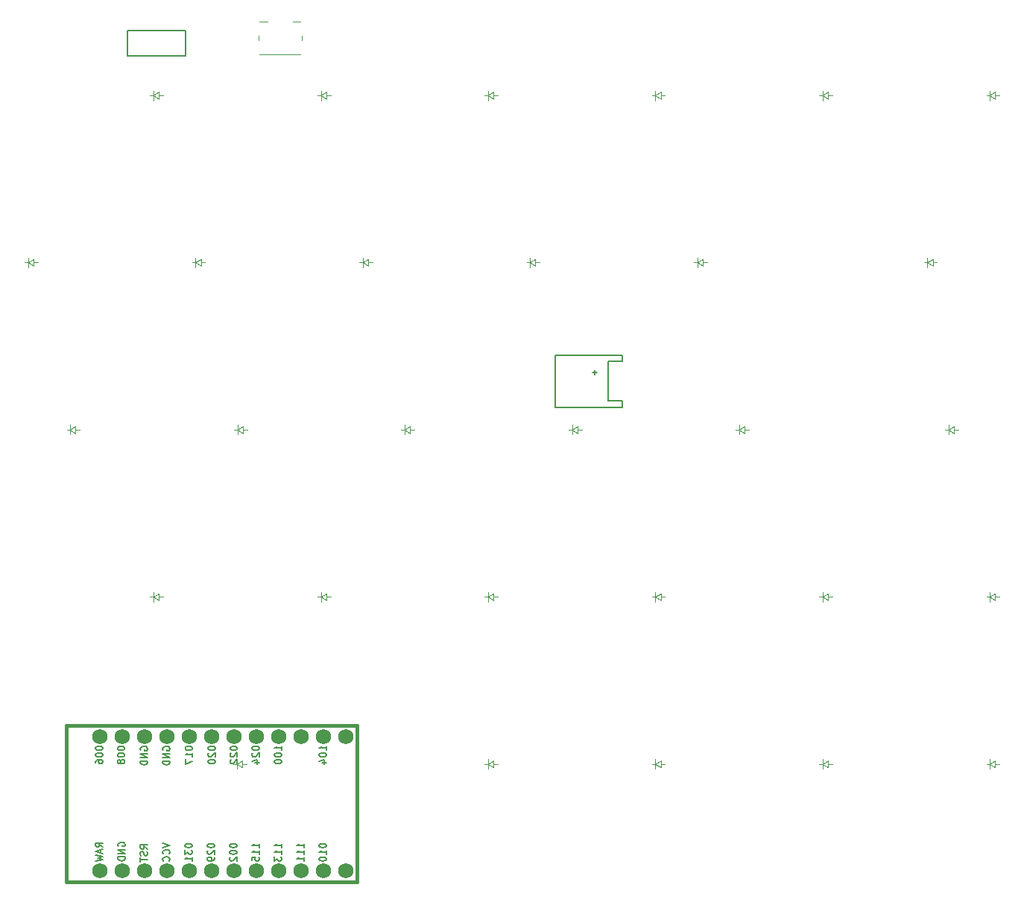
<source format=gbr>
%TF.GenerationSoftware,KiCad,Pcbnew,9.0.7*%
%TF.CreationDate,2026-01-20T23:17:06-08:00*%
%TF.ProjectId,right,72696768-742e-46b6-9963-61645f706362,v1.0.0*%
%TF.SameCoordinates,Original*%
%TF.FileFunction,Legend,Bot*%
%TF.FilePolarity,Positive*%
%FSLAX46Y46*%
G04 Gerber Fmt 4.6, Leading zero omitted, Abs format (unit mm)*
G04 Created by KiCad (PCBNEW 9.0.7) date 2026-01-20 23:17:06*
%MOMM*%
%LPD*%
G01*
G04 APERTURE LIST*
%ADD10C,0.150000*%
%ADD11C,0.100000*%
%ADD12C,0.120000*%
%ADD13C,0.381000*%
%ADD14C,1.752600*%
G04 APERTURE END LIST*
D10*
X279847295Y-144662810D02*
X279847295Y-144739000D01*
X279847295Y-144739000D02*
X279885390Y-144815191D01*
X279885390Y-144815191D02*
X279923485Y-144853286D01*
X279923485Y-144853286D02*
X279999676Y-144891381D01*
X279999676Y-144891381D02*
X280152057Y-144929476D01*
X280152057Y-144929476D02*
X280342533Y-144929476D01*
X280342533Y-144929476D02*
X280494914Y-144891381D01*
X280494914Y-144891381D02*
X280571104Y-144853286D01*
X280571104Y-144853286D02*
X280609200Y-144815191D01*
X280609200Y-144815191D02*
X280647295Y-144739000D01*
X280647295Y-144739000D02*
X280647295Y-144662810D01*
X280647295Y-144662810D02*
X280609200Y-144586619D01*
X280609200Y-144586619D02*
X280571104Y-144548524D01*
X280571104Y-144548524D02*
X280494914Y-144510429D01*
X280494914Y-144510429D02*
X280342533Y-144472333D01*
X280342533Y-144472333D02*
X280152057Y-144472333D01*
X280152057Y-144472333D02*
X279999676Y-144510429D01*
X279999676Y-144510429D02*
X279923485Y-144548524D01*
X279923485Y-144548524D02*
X279885390Y-144586619D01*
X279885390Y-144586619D02*
X279847295Y-144662810D01*
X279923485Y-145234238D02*
X279885390Y-145272334D01*
X279885390Y-145272334D02*
X279847295Y-145348524D01*
X279847295Y-145348524D02*
X279847295Y-145539000D01*
X279847295Y-145539000D02*
X279885390Y-145615191D01*
X279885390Y-145615191D02*
X279923485Y-145653286D01*
X279923485Y-145653286D02*
X279999676Y-145691381D01*
X279999676Y-145691381D02*
X280075866Y-145691381D01*
X280075866Y-145691381D02*
X280190152Y-145653286D01*
X280190152Y-145653286D02*
X280647295Y-145196143D01*
X280647295Y-145196143D02*
X280647295Y-145691381D01*
X280113961Y-146377096D02*
X280647295Y-146377096D01*
X279809200Y-146186620D02*
X280380628Y-145996143D01*
X280380628Y-145996143D02*
X280380628Y-146491382D01*
X277307295Y-155737191D02*
X277307295Y-155813381D01*
X277307295Y-155813381D02*
X277345390Y-155889572D01*
X277345390Y-155889572D02*
X277383485Y-155927667D01*
X277383485Y-155927667D02*
X277459676Y-155965762D01*
X277459676Y-155965762D02*
X277612057Y-156003857D01*
X277612057Y-156003857D02*
X277802533Y-156003857D01*
X277802533Y-156003857D02*
X277954914Y-155965762D01*
X277954914Y-155965762D02*
X278031104Y-155927667D01*
X278031104Y-155927667D02*
X278069200Y-155889572D01*
X278069200Y-155889572D02*
X278107295Y-155813381D01*
X278107295Y-155813381D02*
X278107295Y-155737191D01*
X278107295Y-155737191D02*
X278069200Y-155661000D01*
X278069200Y-155661000D02*
X278031104Y-155622905D01*
X278031104Y-155622905D02*
X277954914Y-155584810D01*
X277954914Y-155584810D02*
X277802533Y-155546714D01*
X277802533Y-155546714D02*
X277612057Y-155546714D01*
X277612057Y-155546714D02*
X277459676Y-155584810D01*
X277459676Y-155584810D02*
X277383485Y-155622905D01*
X277383485Y-155622905D02*
X277345390Y-155661000D01*
X277345390Y-155661000D02*
X277307295Y-155737191D01*
X277307295Y-156499096D02*
X277307295Y-156575286D01*
X277307295Y-156575286D02*
X277345390Y-156651477D01*
X277345390Y-156651477D02*
X277383485Y-156689572D01*
X277383485Y-156689572D02*
X277459676Y-156727667D01*
X277459676Y-156727667D02*
X277612057Y-156765762D01*
X277612057Y-156765762D02*
X277802533Y-156765762D01*
X277802533Y-156765762D02*
X277954914Y-156727667D01*
X277954914Y-156727667D02*
X278031104Y-156689572D01*
X278031104Y-156689572D02*
X278069200Y-156651477D01*
X278069200Y-156651477D02*
X278107295Y-156575286D01*
X278107295Y-156575286D02*
X278107295Y-156499096D01*
X278107295Y-156499096D02*
X278069200Y-156422905D01*
X278069200Y-156422905D02*
X278031104Y-156384810D01*
X278031104Y-156384810D02*
X277954914Y-156346715D01*
X277954914Y-156346715D02*
X277802533Y-156308619D01*
X277802533Y-156308619D02*
X277612057Y-156308619D01*
X277612057Y-156308619D02*
X277459676Y-156346715D01*
X277459676Y-156346715D02*
X277383485Y-156384810D01*
X277383485Y-156384810D02*
X277345390Y-156422905D01*
X277345390Y-156422905D02*
X277307295Y-156499096D01*
X277383485Y-157070524D02*
X277345390Y-157108620D01*
X277345390Y-157108620D02*
X277307295Y-157184810D01*
X277307295Y-157184810D02*
X277307295Y-157375286D01*
X277307295Y-157375286D02*
X277345390Y-157451477D01*
X277345390Y-157451477D02*
X277383485Y-157489572D01*
X277383485Y-157489572D02*
X277459676Y-157527667D01*
X277459676Y-157527667D02*
X277535866Y-157527667D01*
X277535866Y-157527667D02*
X277650152Y-157489572D01*
X277650152Y-157489572D02*
X278107295Y-157032429D01*
X278107295Y-157032429D02*
X278107295Y-157527667D01*
X283187295Y-144929476D02*
X283187295Y-144472333D01*
X283187295Y-144700905D02*
X282387295Y-144700905D01*
X282387295Y-144700905D02*
X282501580Y-144624714D01*
X282501580Y-144624714D02*
X282577771Y-144548524D01*
X282577771Y-144548524D02*
X282615866Y-144472333D01*
X282387295Y-145424715D02*
X282387295Y-145500905D01*
X282387295Y-145500905D02*
X282425390Y-145577096D01*
X282425390Y-145577096D02*
X282463485Y-145615191D01*
X282463485Y-145615191D02*
X282539676Y-145653286D01*
X282539676Y-145653286D02*
X282692057Y-145691381D01*
X282692057Y-145691381D02*
X282882533Y-145691381D01*
X282882533Y-145691381D02*
X283034914Y-145653286D01*
X283034914Y-145653286D02*
X283111104Y-145615191D01*
X283111104Y-145615191D02*
X283149200Y-145577096D01*
X283149200Y-145577096D02*
X283187295Y-145500905D01*
X283187295Y-145500905D02*
X283187295Y-145424715D01*
X283187295Y-145424715D02*
X283149200Y-145348524D01*
X283149200Y-145348524D02*
X283111104Y-145310429D01*
X283111104Y-145310429D02*
X283034914Y-145272334D01*
X283034914Y-145272334D02*
X282882533Y-145234238D01*
X282882533Y-145234238D02*
X282692057Y-145234238D01*
X282692057Y-145234238D02*
X282539676Y-145272334D01*
X282539676Y-145272334D02*
X282463485Y-145310429D01*
X282463485Y-145310429D02*
X282425390Y-145348524D01*
X282425390Y-145348524D02*
X282387295Y-145424715D01*
X282387295Y-146186620D02*
X282387295Y-146262810D01*
X282387295Y-146262810D02*
X282425390Y-146339001D01*
X282425390Y-146339001D02*
X282463485Y-146377096D01*
X282463485Y-146377096D02*
X282539676Y-146415191D01*
X282539676Y-146415191D02*
X282692057Y-146453286D01*
X282692057Y-146453286D02*
X282882533Y-146453286D01*
X282882533Y-146453286D02*
X283034914Y-146415191D01*
X283034914Y-146415191D02*
X283111104Y-146377096D01*
X283111104Y-146377096D02*
X283149200Y-146339001D01*
X283149200Y-146339001D02*
X283187295Y-146262810D01*
X283187295Y-146262810D02*
X283187295Y-146186620D01*
X283187295Y-146186620D02*
X283149200Y-146110429D01*
X283149200Y-146110429D02*
X283111104Y-146072334D01*
X283111104Y-146072334D02*
X283034914Y-146034239D01*
X283034914Y-146034239D02*
X282882533Y-145996143D01*
X282882533Y-145996143D02*
X282692057Y-145996143D01*
X282692057Y-145996143D02*
X282539676Y-146034239D01*
X282539676Y-146034239D02*
X282463485Y-146072334D01*
X282463485Y-146072334D02*
X282425390Y-146110429D01*
X282425390Y-146110429D02*
X282387295Y-146186620D01*
X274767295Y-155737191D02*
X274767295Y-155813381D01*
X274767295Y-155813381D02*
X274805390Y-155889572D01*
X274805390Y-155889572D02*
X274843485Y-155927667D01*
X274843485Y-155927667D02*
X274919676Y-155965762D01*
X274919676Y-155965762D02*
X275072057Y-156003857D01*
X275072057Y-156003857D02*
X275262533Y-156003857D01*
X275262533Y-156003857D02*
X275414914Y-155965762D01*
X275414914Y-155965762D02*
X275491104Y-155927667D01*
X275491104Y-155927667D02*
X275529200Y-155889572D01*
X275529200Y-155889572D02*
X275567295Y-155813381D01*
X275567295Y-155813381D02*
X275567295Y-155737191D01*
X275567295Y-155737191D02*
X275529200Y-155661000D01*
X275529200Y-155661000D02*
X275491104Y-155622905D01*
X275491104Y-155622905D02*
X275414914Y-155584810D01*
X275414914Y-155584810D02*
X275262533Y-155546714D01*
X275262533Y-155546714D02*
X275072057Y-155546714D01*
X275072057Y-155546714D02*
X274919676Y-155584810D01*
X274919676Y-155584810D02*
X274843485Y-155622905D01*
X274843485Y-155622905D02*
X274805390Y-155661000D01*
X274805390Y-155661000D02*
X274767295Y-155737191D01*
X274843485Y-156308619D02*
X274805390Y-156346715D01*
X274805390Y-156346715D02*
X274767295Y-156422905D01*
X274767295Y-156422905D02*
X274767295Y-156613381D01*
X274767295Y-156613381D02*
X274805390Y-156689572D01*
X274805390Y-156689572D02*
X274843485Y-156727667D01*
X274843485Y-156727667D02*
X274919676Y-156765762D01*
X274919676Y-156765762D02*
X274995866Y-156765762D01*
X274995866Y-156765762D02*
X275110152Y-156727667D01*
X275110152Y-156727667D02*
X275567295Y-156270524D01*
X275567295Y-156270524D02*
X275567295Y-156765762D01*
X275567295Y-157146715D02*
X275567295Y-157299096D01*
X275567295Y-157299096D02*
X275529200Y-157375286D01*
X275529200Y-157375286D02*
X275491104Y-157413382D01*
X275491104Y-157413382D02*
X275376819Y-157489572D01*
X275376819Y-157489572D02*
X275224438Y-157527667D01*
X275224438Y-157527667D02*
X274919676Y-157527667D01*
X274919676Y-157527667D02*
X274843485Y-157489572D01*
X274843485Y-157489572D02*
X274805390Y-157451477D01*
X274805390Y-157451477D02*
X274767295Y-157375286D01*
X274767295Y-157375286D02*
X274767295Y-157222905D01*
X274767295Y-157222905D02*
X274805390Y-157146715D01*
X274805390Y-157146715D02*
X274843485Y-157108620D01*
X274843485Y-157108620D02*
X274919676Y-157070524D01*
X274919676Y-157070524D02*
X275110152Y-157070524D01*
X275110152Y-157070524D02*
X275186342Y-157108620D01*
X275186342Y-157108620D02*
X275224438Y-157146715D01*
X275224438Y-157146715D02*
X275262533Y-157222905D01*
X275262533Y-157222905D02*
X275262533Y-157375286D01*
X275262533Y-157375286D02*
X275224438Y-157451477D01*
X275224438Y-157451477D02*
X275186342Y-157489572D01*
X275186342Y-157489572D02*
X275110152Y-157527667D01*
X288267295Y-144929476D02*
X288267295Y-144472333D01*
X288267295Y-144700905D02*
X287467295Y-144700905D01*
X287467295Y-144700905D02*
X287581580Y-144624714D01*
X287581580Y-144624714D02*
X287657771Y-144548524D01*
X287657771Y-144548524D02*
X287695866Y-144472333D01*
X287467295Y-145424715D02*
X287467295Y-145500905D01*
X287467295Y-145500905D02*
X287505390Y-145577096D01*
X287505390Y-145577096D02*
X287543485Y-145615191D01*
X287543485Y-145615191D02*
X287619676Y-145653286D01*
X287619676Y-145653286D02*
X287772057Y-145691381D01*
X287772057Y-145691381D02*
X287962533Y-145691381D01*
X287962533Y-145691381D02*
X288114914Y-145653286D01*
X288114914Y-145653286D02*
X288191104Y-145615191D01*
X288191104Y-145615191D02*
X288229200Y-145577096D01*
X288229200Y-145577096D02*
X288267295Y-145500905D01*
X288267295Y-145500905D02*
X288267295Y-145424715D01*
X288267295Y-145424715D02*
X288229200Y-145348524D01*
X288229200Y-145348524D02*
X288191104Y-145310429D01*
X288191104Y-145310429D02*
X288114914Y-145272334D01*
X288114914Y-145272334D02*
X287962533Y-145234238D01*
X287962533Y-145234238D02*
X287772057Y-145234238D01*
X287772057Y-145234238D02*
X287619676Y-145272334D01*
X287619676Y-145272334D02*
X287543485Y-145310429D01*
X287543485Y-145310429D02*
X287505390Y-145348524D01*
X287505390Y-145348524D02*
X287467295Y-145424715D01*
X287733961Y-146377096D02*
X288267295Y-146377096D01*
X287429200Y-146186620D02*
X288000628Y-145996143D01*
X288000628Y-145996143D02*
X288000628Y-146491382D01*
X274837295Y-144662810D02*
X274837295Y-144739000D01*
X274837295Y-144739000D02*
X274875390Y-144815191D01*
X274875390Y-144815191D02*
X274913485Y-144853286D01*
X274913485Y-144853286D02*
X274989676Y-144891381D01*
X274989676Y-144891381D02*
X275142057Y-144929476D01*
X275142057Y-144929476D02*
X275332533Y-144929476D01*
X275332533Y-144929476D02*
X275484914Y-144891381D01*
X275484914Y-144891381D02*
X275561104Y-144853286D01*
X275561104Y-144853286D02*
X275599200Y-144815191D01*
X275599200Y-144815191D02*
X275637295Y-144739000D01*
X275637295Y-144739000D02*
X275637295Y-144662810D01*
X275637295Y-144662810D02*
X275599200Y-144586619D01*
X275599200Y-144586619D02*
X275561104Y-144548524D01*
X275561104Y-144548524D02*
X275484914Y-144510429D01*
X275484914Y-144510429D02*
X275332533Y-144472333D01*
X275332533Y-144472333D02*
X275142057Y-144472333D01*
X275142057Y-144472333D02*
X274989676Y-144510429D01*
X274989676Y-144510429D02*
X274913485Y-144548524D01*
X274913485Y-144548524D02*
X274875390Y-144586619D01*
X274875390Y-144586619D02*
X274837295Y-144662810D01*
X274913485Y-145234238D02*
X274875390Y-145272334D01*
X274875390Y-145272334D02*
X274837295Y-145348524D01*
X274837295Y-145348524D02*
X274837295Y-145539000D01*
X274837295Y-145539000D02*
X274875390Y-145615191D01*
X274875390Y-145615191D02*
X274913485Y-145653286D01*
X274913485Y-145653286D02*
X274989676Y-145691381D01*
X274989676Y-145691381D02*
X275065866Y-145691381D01*
X275065866Y-145691381D02*
X275180152Y-145653286D01*
X275180152Y-145653286D02*
X275637295Y-145196143D01*
X275637295Y-145196143D02*
X275637295Y-145691381D01*
X274837295Y-146186620D02*
X274837295Y-146262810D01*
X274837295Y-146262810D02*
X274875390Y-146339001D01*
X274875390Y-146339001D02*
X274913485Y-146377096D01*
X274913485Y-146377096D02*
X274989676Y-146415191D01*
X274989676Y-146415191D02*
X275142057Y-146453286D01*
X275142057Y-146453286D02*
X275332533Y-146453286D01*
X275332533Y-146453286D02*
X275484914Y-146415191D01*
X275484914Y-146415191D02*
X275561104Y-146377096D01*
X275561104Y-146377096D02*
X275599200Y-146339001D01*
X275599200Y-146339001D02*
X275637295Y-146262810D01*
X275637295Y-146262810D02*
X275637295Y-146186620D01*
X275637295Y-146186620D02*
X275599200Y-146110429D01*
X275599200Y-146110429D02*
X275561104Y-146072334D01*
X275561104Y-146072334D02*
X275484914Y-146034239D01*
X275484914Y-146034239D02*
X275332533Y-145996143D01*
X275332533Y-145996143D02*
X275142057Y-145996143D01*
X275142057Y-145996143D02*
X274989676Y-146034239D01*
X274989676Y-146034239D02*
X274913485Y-146072334D01*
X274913485Y-146072334D02*
X274875390Y-146110429D01*
X274875390Y-146110429D02*
X274837295Y-146186620D01*
X269687295Y-155470524D02*
X270487295Y-155737191D01*
X270487295Y-155737191D02*
X269687295Y-156003857D01*
X270411104Y-156727667D02*
X270449200Y-156689571D01*
X270449200Y-156689571D02*
X270487295Y-156575286D01*
X270487295Y-156575286D02*
X270487295Y-156499095D01*
X270487295Y-156499095D02*
X270449200Y-156384809D01*
X270449200Y-156384809D02*
X270373009Y-156308619D01*
X270373009Y-156308619D02*
X270296819Y-156270524D01*
X270296819Y-156270524D02*
X270144438Y-156232428D01*
X270144438Y-156232428D02*
X270030152Y-156232428D01*
X270030152Y-156232428D02*
X269877771Y-156270524D01*
X269877771Y-156270524D02*
X269801580Y-156308619D01*
X269801580Y-156308619D02*
X269725390Y-156384809D01*
X269725390Y-156384809D02*
X269687295Y-156499095D01*
X269687295Y-156499095D02*
X269687295Y-156575286D01*
X269687295Y-156575286D02*
X269725390Y-156689571D01*
X269725390Y-156689571D02*
X269763485Y-156727667D01*
X270411104Y-157527667D02*
X270449200Y-157489571D01*
X270449200Y-157489571D02*
X270487295Y-157375286D01*
X270487295Y-157375286D02*
X270487295Y-157299095D01*
X270487295Y-157299095D02*
X270449200Y-157184809D01*
X270449200Y-157184809D02*
X270373009Y-157108619D01*
X270373009Y-157108619D02*
X270296819Y-157070524D01*
X270296819Y-157070524D02*
X270144438Y-157032428D01*
X270144438Y-157032428D02*
X270030152Y-157032428D01*
X270030152Y-157032428D02*
X269877771Y-157070524D01*
X269877771Y-157070524D02*
X269801580Y-157108619D01*
X269801580Y-157108619D02*
X269725390Y-157184809D01*
X269725390Y-157184809D02*
X269687295Y-157299095D01*
X269687295Y-157299095D02*
X269687295Y-157375286D01*
X269687295Y-157375286D02*
X269725390Y-157489571D01*
X269725390Y-157489571D02*
X269763485Y-157527667D01*
X262067295Y-144662810D02*
X262067295Y-144739000D01*
X262067295Y-144739000D02*
X262105390Y-144815191D01*
X262105390Y-144815191D02*
X262143485Y-144853286D01*
X262143485Y-144853286D02*
X262219676Y-144891381D01*
X262219676Y-144891381D02*
X262372057Y-144929476D01*
X262372057Y-144929476D02*
X262562533Y-144929476D01*
X262562533Y-144929476D02*
X262714914Y-144891381D01*
X262714914Y-144891381D02*
X262791104Y-144853286D01*
X262791104Y-144853286D02*
X262829200Y-144815191D01*
X262829200Y-144815191D02*
X262867295Y-144739000D01*
X262867295Y-144739000D02*
X262867295Y-144662810D01*
X262867295Y-144662810D02*
X262829200Y-144586619D01*
X262829200Y-144586619D02*
X262791104Y-144548524D01*
X262791104Y-144548524D02*
X262714914Y-144510429D01*
X262714914Y-144510429D02*
X262562533Y-144472333D01*
X262562533Y-144472333D02*
X262372057Y-144472333D01*
X262372057Y-144472333D02*
X262219676Y-144510429D01*
X262219676Y-144510429D02*
X262143485Y-144548524D01*
X262143485Y-144548524D02*
X262105390Y-144586619D01*
X262105390Y-144586619D02*
X262067295Y-144662810D01*
X262067295Y-145424715D02*
X262067295Y-145500905D01*
X262067295Y-145500905D02*
X262105390Y-145577096D01*
X262105390Y-145577096D02*
X262143485Y-145615191D01*
X262143485Y-145615191D02*
X262219676Y-145653286D01*
X262219676Y-145653286D02*
X262372057Y-145691381D01*
X262372057Y-145691381D02*
X262562533Y-145691381D01*
X262562533Y-145691381D02*
X262714914Y-145653286D01*
X262714914Y-145653286D02*
X262791104Y-145615191D01*
X262791104Y-145615191D02*
X262829200Y-145577096D01*
X262829200Y-145577096D02*
X262867295Y-145500905D01*
X262867295Y-145500905D02*
X262867295Y-145424715D01*
X262867295Y-145424715D02*
X262829200Y-145348524D01*
X262829200Y-145348524D02*
X262791104Y-145310429D01*
X262791104Y-145310429D02*
X262714914Y-145272334D01*
X262714914Y-145272334D02*
X262562533Y-145234238D01*
X262562533Y-145234238D02*
X262372057Y-145234238D01*
X262372057Y-145234238D02*
X262219676Y-145272334D01*
X262219676Y-145272334D02*
X262143485Y-145310429D01*
X262143485Y-145310429D02*
X262105390Y-145348524D01*
X262105390Y-145348524D02*
X262067295Y-145424715D01*
X262067295Y-146377096D02*
X262067295Y-146224715D01*
X262067295Y-146224715D02*
X262105390Y-146148524D01*
X262105390Y-146148524D02*
X262143485Y-146110429D01*
X262143485Y-146110429D02*
X262257771Y-146034239D01*
X262257771Y-146034239D02*
X262410152Y-145996143D01*
X262410152Y-145996143D02*
X262714914Y-145996143D01*
X262714914Y-145996143D02*
X262791104Y-146034239D01*
X262791104Y-146034239D02*
X262829200Y-146072334D01*
X262829200Y-146072334D02*
X262867295Y-146148524D01*
X262867295Y-146148524D02*
X262867295Y-146300905D01*
X262867295Y-146300905D02*
X262829200Y-146377096D01*
X262829200Y-146377096D02*
X262791104Y-146415191D01*
X262791104Y-146415191D02*
X262714914Y-146453286D01*
X262714914Y-146453286D02*
X262524438Y-146453286D01*
X262524438Y-146453286D02*
X262448247Y-146415191D01*
X262448247Y-146415191D02*
X262410152Y-146377096D01*
X262410152Y-146377096D02*
X262372057Y-146300905D01*
X262372057Y-146300905D02*
X262372057Y-146148524D01*
X262372057Y-146148524D02*
X262410152Y-146072334D01*
X262410152Y-146072334D02*
X262448247Y-146034239D01*
X262448247Y-146034239D02*
X262524438Y-145996143D01*
X262867295Y-155921334D02*
X262486342Y-155654667D01*
X262867295Y-155464191D02*
X262067295Y-155464191D01*
X262067295Y-155464191D02*
X262067295Y-155768953D01*
X262067295Y-155768953D02*
X262105390Y-155845143D01*
X262105390Y-155845143D02*
X262143485Y-155883238D01*
X262143485Y-155883238D02*
X262219676Y-155921334D01*
X262219676Y-155921334D02*
X262333961Y-155921334D01*
X262333961Y-155921334D02*
X262410152Y-155883238D01*
X262410152Y-155883238D02*
X262448247Y-155845143D01*
X262448247Y-155845143D02*
X262486342Y-155768953D01*
X262486342Y-155768953D02*
X262486342Y-155464191D01*
X262638723Y-156226095D02*
X262638723Y-156607048D01*
X262867295Y-156149905D02*
X262067295Y-156416572D01*
X262067295Y-156416572D02*
X262867295Y-156683238D01*
X262067295Y-156873714D02*
X262867295Y-157064190D01*
X262867295Y-157064190D02*
X262295866Y-157216571D01*
X262295866Y-157216571D02*
X262867295Y-157368952D01*
X262867295Y-157368952D02*
X262067295Y-157559429D01*
X264537295Y-144662810D02*
X264537295Y-144739000D01*
X264537295Y-144739000D02*
X264575390Y-144815191D01*
X264575390Y-144815191D02*
X264613485Y-144853286D01*
X264613485Y-144853286D02*
X264689676Y-144891381D01*
X264689676Y-144891381D02*
X264842057Y-144929476D01*
X264842057Y-144929476D02*
X265032533Y-144929476D01*
X265032533Y-144929476D02*
X265184914Y-144891381D01*
X265184914Y-144891381D02*
X265261104Y-144853286D01*
X265261104Y-144853286D02*
X265299200Y-144815191D01*
X265299200Y-144815191D02*
X265337295Y-144739000D01*
X265337295Y-144739000D02*
X265337295Y-144662810D01*
X265337295Y-144662810D02*
X265299200Y-144586619D01*
X265299200Y-144586619D02*
X265261104Y-144548524D01*
X265261104Y-144548524D02*
X265184914Y-144510429D01*
X265184914Y-144510429D02*
X265032533Y-144472333D01*
X265032533Y-144472333D02*
X264842057Y-144472333D01*
X264842057Y-144472333D02*
X264689676Y-144510429D01*
X264689676Y-144510429D02*
X264613485Y-144548524D01*
X264613485Y-144548524D02*
X264575390Y-144586619D01*
X264575390Y-144586619D02*
X264537295Y-144662810D01*
X264537295Y-145424715D02*
X264537295Y-145500905D01*
X264537295Y-145500905D02*
X264575390Y-145577096D01*
X264575390Y-145577096D02*
X264613485Y-145615191D01*
X264613485Y-145615191D02*
X264689676Y-145653286D01*
X264689676Y-145653286D02*
X264842057Y-145691381D01*
X264842057Y-145691381D02*
X265032533Y-145691381D01*
X265032533Y-145691381D02*
X265184914Y-145653286D01*
X265184914Y-145653286D02*
X265261104Y-145615191D01*
X265261104Y-145615191D02*
X265299200Y-145577096D01*
X265299200Y-145577096D02*
X265337295Y-145500905D01*
X265337295Y-145500905D02*
X265337295Y-145424715D01*
X265337295Y-145424715D02*
X265299200Y-145348524D01*
X265299200Y-145348524D02*
X265261104Y-145310429D01*
X265261104Y-145310429D02*
X265184914Y-145272334D01*
X265184914Y-145272334D02*
X265032533Y-145234238D01*
X265032533Y-145234238D02*
X264842057Y-145234238D01*
X264842057Y-145234238D02*
X264689676Y-145272334D01*
X264689676Y-145272334D02*
X264613485Y-145310429D01*
X264613485Y-145310429D02*
X264575390Y-145348524D01*
X264575390Y-145348524D02*
X264537295Y-145424715D01*
X264880152Y-146148524D02*
X264842057Y-146072334D01*
X264842057Y-146072334D02*
X264803961Y-146034239D01*
X264803961Y-146034239D02*
X264727771Y-145996143D01*
X264727771Y-145996143D02*
X264689676Y-145996143D01*
X264689676Y-145996143D02*
X264613485Y-146034239D01*
X264613485Y-146034239D02*
X264575390Y-146072334D01*
X264575390Y-146072334D02*
X264537295Y-146148524D01*
X264537295Y-146148524D02*
X264537295Y-146300905D01*
X264537295Y-146300905D02*
X264575390Y-146377096D01*
X264575390Y-146377096D02*
X264613485Y-146415191D01*
X264613485Y-146415191D02*
X264689676Y-146453286D01*
X264689676Y-146453286D02*
X264727771Y-146453286D01*
X264727771Y-146453286D02*
X264803961Y-146415191D01*
X264803961Y-146415191D02*
X264842057Y-146377096D01*
X264842057Y-146377096D02*
X264880152Y-146300905D01*
X264880152Y-146300905D02*
X264880152Y-146148524D01*
X264880152Y-146148524D02*
X264918247Y-146072334D01*
X264918247Y-146072334D02*
X264956342Y-146034239D01*
X264956342Y-146034239D02*
X265032533Y-145996143D01*
X265032533Y-145996143D02*
X265184914Y-145996143D01*
X265184914Y-145996143D02*
X265261104Y-146034239D01*
X265261104Y-146034239D02*
X265299200Y-146072334D01*
X265299200Y-146072334D02*
X265337295Y-146148524D01*
X265337295Y-146148524D02*
X265337295Y-146300905D01*
X265337295Y-146300905D02*
X265299200Y-146377096D01*
X265299200Y-146377096D02*
X265261104Y-146415191D01*
X265261104Y-146415191D02*
X265184914Y-146453286D01*
X265184914Y-146453286D02*
X265032533Y-146453286D01*
X265032533Y-146453286D02*
X264956342Y-146415191D01*
X264956342Y-146415191D02*
X264918247Y-146377096D01*
X264918247Y-146377096D02*
X264880152Y-146300905D01*
X277337295Y-144662810D02*
X277337295Y-144739000D01*
X277337295Y-144739000D02*
X277375390Y-144815191D01*
X277375390Y-144815191D02*
X277413485Y-144853286D01*
X277413485Y-144853286D02*
X277489676Y-144891381D01*
X277489676Y-144891381D02*
X277642057Y-144929476D01*
X277642057Y-144929476D02*
X277832533Y-144929476D01*
X277832533Y-144929476D02*
X277984914Y-144891381D01*
X277984914Y-144891381D02*
X278061104Y-144853286D01*
X278061104Y-144853286D02*
X278099200Y-144815191D01*
X278099200Y-144815191D02*
X278137295Y-144739000D01*
X278137295Y-144739000D02*
X278137295Y-144662810D01*
X278137295Y-144662810D02*
X278099200Y-144586619D01*
X278099200Y-144586619D02*
X278061104Y-144548524D01*
X278061104Y-144548524D02*
X277984914Y-144510429D01*
X277984914Y-144510429D02*
X277832533Y-144472333D01*
X277832533Y-144472333D02*
X277642057Y-144472333D01*
X277642057Y-144472333D02*
X277489676Y-144510429D01*
X277489676Y-144510429D02*
X277413485Y-144548524D01*
X277413485Y-144548524D02*
X277375390Y-144586619D01*
X277375390Y-144586619D02*
X277337295Y-144662810D01*
X277413485Y-145234238D02*
X277375390Y-145272334D01*
X277375390Y-145272334D02*
X277337295Y-145348524D01*
X277337295Y-145348524D02*
X277337295Y-145539000D01*
X277337295Y-145539000D02*
X277375390Y-145615191D01*
X277375390Y-145615191D02*
X277413485Y-145653286D01*
X277413485Y-145653286D02*
X277489676Y-145691381D01*
X277489676Y-145691381D02*
X277565866Y-145691381D01*
X277565866Y-145691381D02*
X277680152Y-145653286D01*
X277680152Y-145653286D02*
X278137295Y-145196143D01*
X278137295Y-145196143D02*
X278137295Y-145691381D01*
X277413485Y-145996143D02*
X277375390Y-146034239D01*
X277375390Y-146034239D02*
X277337295Y-146110429D01*
X277337295Y-146110429D02*
X277337295Y-146300905D01*
X277337295Y-146300905D02*
X277375390Y-146377096D01*
X277375390Y-146377096D02*
X277413485Y-146415191D01*
X277413485Y-146415191D02*
X277489676Y-146453286D01*
X277489676Y-146453286D02*
X277565866Y-146453286D01*
X277565866Y-146453286D02*
X277680152Y-146415191D01*
X277680152Y-146415191D02*
X278137295Y-145958048D01*
X278137295Y-145958048D02*
X278137295Y-146453286D01*
X267947295Y-156149905D02*
X267566342Y-155883238D01*
X267947295Y-155692762D02*
X267147295Y-155692762D01*
X267147295Y-155692762D02*
X267147295Y-155997524D01*
X267147295Y-155997524D02*
X267185390Y-156073714D01*
X267185390Y-156073714D02*
X267223485Y-156111809D01*
X267223485Y-156111809D02*
X267299676Y-156149905D01*
X267299676Y-156149905D02*
X267413961Y-156149905D01*
X267413961Y-156149905D02*
X267490152Y-156111809D01*
X267490152Y-156111809D02*
X267528247Y-156073714D01*
X267528247Y-156073714D02*
X267566342Y-155997524D01*
X267566342Y-155997524D02*
X267566342Y-155692762D01*
X267909200Y-156454666D02*
X267947295Y-156568952D01*
X267947295Y-156568952D02*
X267947295Y-156759428D01*
X267947295Y-156759428D02*
X267909200Y-156835619D01*
X267909200Y-156835619D02*
X267871104Y-156873714D01*
X267871104Y-156873714D02*
X267794914Y-156911809D01*
X267794914Y-156911809D02*
X267718723Y-156911809D01*
X267718723Y-156911809D02*
X267642533Y-156873714D01*
X267642533Y-156873714D02*
X267604438Y-156835619D01*
X267604438Y-156835619D02*
X267566342Y-156759428D01*
X267566342Y-156759428D02*
X267528247Y-156607047D01*
X267528247Y-156607047D02*
X267490152Y-156530857D01*
X267490152Y-156530857D02*
X267452057Y-156492762D01*
X267452057Y-156492762D02*
X267375866Y-156454666D01*
X267375866Y-156454666D02*
X267299676Y-156454666D01*
X267299676Y-156454666D02*
X267223485Y-156492762D01*
X267223485Y-156492762D02*
X267185390Y-156530857D01*
X267185390Y-156530857D02*
X267147295Y-156607047D01*
X267147295Y-156607047D02*
X267147295Y-156797524D01*
X267147295Y-156797524D02*
X267185390Y-156911809D01*
X267147295Y-157140381D02*
X267147295Y-157597524D01*
X267947295Y-157368952D02*
X267147295Y-157368952D01*
X283187295Y-156003857D02*
X283187295Y-155546714D01*
X283187295Y-155775286D02*
X282387295Y-155775286D01*
X282387295Y-155775286D02*
X282501580Y-155699095D01*
X282501580Y-155699095D02*
X282577771Y-155622905D01*
X282577771Y-155622905D02*
X282615866Y-155546714D01*
X283187295Y-156765762D02*
X283187295Y-156308619D01*
X283187295Y-156537191D02*
X282387295Y-156537191D01*
X282387295Y-156537191D02*
X282501580Y-156461000D01*
X282501580Y-156461000D02*
X282577771Y-156384810D01*
X282577771Y-156384810D02*
X282615866Y-156308619D01*
X282387295Y-157032429D02*
X282387295Y-157527667D01*
X282387295Y-157527667D02*
X282692057Y-157261001D01*
X282692057Y-157261001D02*
X282692057Y-157375286D01*
X282692057Y-157375286D02*
X282730152Y-157451477D01*
X282730152Y-157451477D02*
X282768247Y-157489572D01*
X282768247Y-157489572D02*
X282844438Y-157527667D01*
X282844438Y-157527667D02*
X283034914Y-157527667D01*
X283034914Y-157527667D02*
X283111104Y-157489572D01*
X283111104Y-157489572D02*
X283149200Y-157451477D01*
X283149200Y-157451477D02*
X283187295Y-157375286D01*
X283187295Y-157375286D02*
X283187295Y-157146715D01*
X283187295Y-157146715D02*
X283149200Y-157070524D01*
X283149200Y-157070524D02*
X283111104Y-157032429D01*
X267185390Y-144929476D02*
X267147295Y-144853286D01*
X267147295Y-144853286D02*
X267147295Y-144739000D01*
X267147295Y-144739000D02*
X267185390Y-144624714D01*
X267185390Y-144624714D02*
X267261580Y-144548524D01*
X267261580Y-144548524D02*
X267337771Y-144510429D01*
X267337771Y-144510429D02*
X267490152Y-144472333D01*
X267490152Y-144472333D02*
X267604438Y-144472333D01*
X267604438Y-144472333D02*
X267756819Y-144510429D01*
X267756819Y-144510429D02*
X267833009Y-144548524D01*
X267833009Y-144548524D02*
X267909200Y-144624714D01*
X267909200Y-144624714D02*
X267947295Y-144739000D01*
X267947295Y-144739000D02*
X267947295Y-144815191D01*
X267947295Y-144815191D02*
X267909200Y-144929476D01*
X267909200Y-144929476D02*
X267871104Y-144967572D01*
X267871104Y-144967572D02*
X267604438Y-144967572D01*
X267604438Y-144967572D02*
X267604438Y-144815191D01*
X267947295Y-145310429D02*
X267147295Y-145310429D01*
X267147295Y-145310429D02*
X267947295Y-145767572D01*
X267947295Y-145767572D02*
X267147295Y-145767572D01*
X267947295Y-146148524D02*
X267147295Y-146148524D01*
X267147295Y-146148524D02*
X267147295Y-146339000D01*
X267147295Y-146339000D02*
X267185390Y-146453286D01*
X267185390Y-146453286D02*
X267261580Y-146529476D01*
X267261580Y-146529476D02*
X267337771Y-146567571D01*
X267337771Y-146567571D02*
X267490152Y-146605667D01*
X267490152Y-146605667D02*
X267604438Y-146605667D01*
X267604438Y-146605667D02*
X267756819Y-146567571D01*
X267756819Y-146567571D02*
X267833009Y-146529476D01*
X267833009Y-146529476D02*
X267909200Y-146453286D01*
X267909200Y-146453286D02*
X267947295Y-146339000D01*
X267947295Y-146339000D02*
X267947295Y-146148524D01*
X287467295Y-155737191D02*
X287467295Y-155813381D01*
X287467295Y-155813381D02*
X287505390Y-155889572D01*
X287505390Y-155889572D02*
X287543485Y-155927667D01*
X287543485Y-155927667D02*
X287619676Y-155965762D01*
X287619676Y-155965762D02*
X287772057Y-156003857D01*
X287772057Y-156003857D02*
X287962533Y-156003857D01*
X287962533Y-156003857D02*
X288114914Y-155965762D01*
X288114914Y-155965762D02*
X288191104Y-155927667D01*
X288191104Y-155927667D02*
X288229200Y-155889572D01*
X288229200Y-155889572D02*
X288267295Y-155813381D01*
X288267295Y-155813381D02*
X288267295Y-155737191D01*
X288267295Y-155737191D02*
X288229200Y-155661000D01*
X288229200Y-155661000D02*
X288191104Y-155622905D01*
X288191104Y-155622905D02*
X288114914Y-155584810D01*
X288114914Y-155584810D02*
X287962533Y-155546714D01*
X287962533Y-155546714D02*
X287772057Y-155546714D01*
X287772057Y-155546714D02*
X287619676Y-155584810D01*
X287619676Y-155584810D02*
X287543485Y-155622905D01*
X287543485Y-155622905D02*
X287505390Y-155661000D01*
X287505390Y-155661000D02*
X287467295Y-155737191D01*
X288267295Y-156765762D02*
X288267295Y-156308619D01*
X288267295Y-156537191D02*
X287467295Y-156537191D01*
X287467295Y-156537191D02*
X287581580Y-156461000D01*
X287581580Y-156461000D02*
X287657771Y-156384810D01*
X287657771Y-156384810D02*
X287695866Y-156308619D01*
X287467295Y-157261001D02*
X287467295Y-157337191D01*
X287467295Y-157337191D02*
X287505390Y-157413382D01*
X287505390Y-157413382D02*
X287543485Y-157451477D01*
X287543485Y-157451477D02*
X287619676Y-157489572D01*
X287619676Y-157489572D02*
X287772057Y-157527667D01*
X287772057Y-157527667D02*
X287962533Y-157527667D01*
X287962533Y-157527667D02*
X288114914Y-157489572D01*
X288114914Y-157489572D02*
X288191104Y-157451477D01*
X288191104Y-157451477D02*
X288229200Y-157413382D01*
X288229200Y-157413382D02*
X288267295Y-157337191D01*
X288267295Y-157337191D02*
X288267295Y-157261001D01*
X288267295Y-157261001D02*
X288229200Y-157184810D01*
X288229200Y-157184810D02*
X288191104Y-157146715D01*
X288191104Y-157146715D02*
X288114914Y-157108620D01*
X288114914Y-157108620D02*
X287962533Y-157070524D01*
X287962533Y-157070524D02*
X287772057Y-157070524D01*
X287772057Y-157070524D02*
X287619676Y-157108620D01*
X287619676Y-157108620D02*
X287543485Y-157146715D01*
X287543485Y-157146715D02*
X287505390Y-157184810D01*
X287505390Y-157184810D02*
X287467295Y-157261001D01*
X280647295Y-156003857D02*
X280647295Y-155546714D01*
X280647295Y-155775286D02*
X279847295Y-155775286D01*
X279847295Y-155775286D02*
X279961580Y-155699095D01*
X279961580Y-155699095D02*
X280037771Y-155622905D01*
X280037771Y-155622905D02*
X280075866Y-155546714D01*
X280647295Y-156765762D02*
X280647295Y-156308619D01*
X280647295Y-156537191D02*
X279847295Y-156537191D01*
X279847295Y-156537191D02*
X279961580Y-156461000D01*
X279961580Y-156461000D02*
X280037771Y-156384810D01*
X280037771Y-156384810D02*
X280075866Y-156308619D01*
X279847295Y-157489572D02*
X279847295Y-157108620D01*
X279847295Y-157108620D02*
X280228247Y-157070524D01*
X280228247Y-157070524D02*
X280190152Y-157108620D01*
X280190152Y-157108620D02*
X280152057Y-157184810D01*
X280152057Y-157184810D02*
X280152057Y-157375286D01*
X280152057Y-157375286D02*
X280190152Y-157451477D01*
X280190152Y-157451477D02*
X280228247Y-157489572D01*
X280228247Y-157489572D02*
X280304438Y-157527667D01*
X280304438Y-157527667D02*
X280494914Y-157527667D01*
X280494914Y-157527667D02*
X280571104Y-157489572D01*
X280571104Y-157489572D02*
X280609200Y-157451477D01*
X280609200Y-157451477D02*
X280647295Y-157375286D01*
X280647295Y-157375286D02*
X280647295Y-157184810D01*
X280647295Y-157184810D02*
X280609200Y-157108620D01*
X280609200Y-157108620D02*
X280571104Y-157070524D01*
X272237295Y-144662810D02*
X272237295Y-144739000D01*
X272237295Y-144739000D02*
X272275390Y-144815191D01*
X272275390Y-144815191D02*
X272313485Y-144853286D01*
X272313485Y-144853286D02*
X272389676Y-144891381D01*
X272389676Y-144891381D02*
X272542057Y-144929476D01*
X272542057Y-144929476D02*
X272732533Y-144929476D01*
X272732533Y-144929476D02*
X272884914Y-144891381D01*
X272884914Y-144891381D02*
X272961104Y-144853286D01*
X272961104Y-144853286D02*
X272999200Y-144815191D01*
X272999200Y-144815191D02*
X273037295Y-144739000D01*
X273037295Y-144739000D02*
X273037295Y-144662810D01*
X273037295Y-144662810D02*
X272999200Y-144586619D01*
X272999200Y-144586619D02*
X272961104Y-144548524D01*
X272961104Y-144548524D02*
X272884914Y-144510429D01*
X272884914Y-144510429D02*
X272732533Y-144472333D01*
X272732533Y-144472333D02*
X272542057Y-144472333D01*
X272542057Y-144472333D02*
X272389676Y-144510429D01*
X272389676Y-144510429D02*
X272313485Y-144548524D01*
X272313485Y-144548524D02*
X272275390Y-144586619D01*
X272275390Y-144586619D02*
X272237295Y-144662810D01*
X273037295Y-145691381D02*
X273037295Y-145234238D01*
X273037295Y-145462810D02*
X272237295Y-145462810D01*
X272237295Y-145462810D02*
X272351580Y-145386619D01*
X272351580Y-145386619D02*
X272427771Y-145310429D01*
X272427771Y-145310429D02*
X272465866Y-145234238D01*
X272237295Y-145958048D02*
X272237295Y-146491382D01*
X272237295Y-146491382D02*
X273037295Y-146148524D01*
X269725390Y-144929476D02*
X269687295Y-144853286D01*
X269687295Y-144853286D02*
X269687295Y-144739000D01*
X269687295Y-144739000D02*
X269725390Y-144624714D01*
X269725390Y-144624714D02*
X269801580Y-144548524D01*
X269801580Y-144548524D02*
X269877771Y-144510429D01*
X269877771Y-144510429D02*
X270030152Y-144472333D01*
X270030152Y-144472333D02*
X270144438Y-144472333D01*
X270144438Y-144472333D02*
X270296819Y-144510429D01*
X270296819Y-144510429D02*
X270373009Y-144548524D01*
X270373009Y-144548524D02*
X270449200Y-144624714D01*
X270449200Y-144624714D02*
X270487295Y-144739000D01*
X270487295Y-144739000D02*
X270487295Y-144815191D01*
X270487295Y-144815191D02*
X270449200Y-144929476D01*
X270449200Y-144929476D02*
X270411104Y-144967572D01*
X270411104Y-144967572D02*
X270144438Y-144967572D01*
X270144438Y-144967572D02*
X270144438Y-144815191D01*
X270487295Y-145310429D02*
X269687295Y-145310429D01*
X269687295Y-145310429D02*
X270487295Y-145767572D01*
X270487295Y-145767572D02*
X269687295Y-145767572D01*
X270487295Y-146148524D02*
X269687295Y-146148524D01*
X269687295Y-146148524D02*
X269687295Y-146339000D01*
X269687295Y-146339000D02*
X269725390Y-146453286D01*
X269725390Y-146453286D02*
X269801580Y-146529476D01*
X269801580Y-146529476D02*
X269877771Y-146567571D01*
X269877771Y-146567571D02*
X270030152Y-146605667D01*
X270030152Y-146605667D02*
X270144438Y-146605667D01*
X270144438Y-146605667D02*
X270296819Y-146567571D01*
X270296819Y-146567571D02*
X270373009Y-146529476D01*
X270373009Y-146529476D02*
X270449200Y-146453286D01*
X270449200Y-146453286D02*
X270487295Y-146339000D01*
X270487295Y-146339000D02*
X270487295Y-146148524D01*
X272227295Y-155737191D02*
X272227295Y-155813381D01*
X272227295Y-155813381D02*
X272265390Y-155889572D01*
X272265390Y-155889572D02*
X272303485Y-155927667D01*
X272303485Y-155927667D02*
X272379676Y-155965762D01*
X272379676Y-155965762D02*
X272532057Y-156003857D01*
X272532057Y-156003857D02*
X272722533Y-156003857D01*
X272722533Y-156003857D02*
X272874914Y-155965762D01*
X272874914Y-155965762D02*
X272951104Y-155927667D01*
X272951104Y-155927667D02*
X272989200Y-155889572D01*
X272989200Y-155889572D02*
X273027295Y-155813381D01*
X273027295Y-155813381D02*
X273027295Y-155737191D01*
X273027295Y-155737191D02*
X272989200Y-155661000D01*
X272989200Y-155661000D02*
X272951104Y-155622905D01*
X272951104Y-155622905D02*
X272874914Y-155584810D01*
X272874914Y-155584810D02*
X272722533Y-155546714D01*
X272722533Y-155546714D02*
X272532057Y-155546714D01*
X272532057Y-155546714D02*
X272379676Y-155584810D01*
X272379676Y-155584810D02*
X272303485Y-155622905D01*
X272303485Y-155622905D02*
X272265390Y-155661000D01*
X272265390Y-155661000D02*
X272227295Y-155737191D01*
X272227295Y-156270524D02*
X272227295Y-156765762D01*
X272227295Y-156765762D02*
X272532057Y-156499096D01*
X272532057Y-156499096D02*
X272532057Y-156613381D01*
X272532057Y-156613381D02*
X272570152Y-156689572D01*
X272570152Y-156689572D02*
X272608247Y-156727667D01*
X272608247Y-156727667D02*
X272684438Y-156765762D01*
X272684438Y-156765762D02*
X272874914Y-156765762D01*
X272874914Y-156765762D02*
X272951104Y-156727667D01*
X272951104Y-156727667D02*
X272989200Y-156689572D01*
X272989200Y-156689572D02*
X273027295Y-156613381D01*
X273027295Y-156613381D02*
X273027295Y-156384810D01*
X273027295Y-156384810D02*
X272989200Y-156308619D01*
X272989200Y-156308619D02*
X272951104Y-156270524D01*
X273027295Y-157527667D02*
X273027295Y-157070524D01*
X273027295Y-157299096D02*
X272227295Y-157299096D01*
X272227295Y-157299096D02*
X272341580Y-157222905D01*
X272341580Y-157222905D02*
X272417771Y-157146715D01*
X272417771Y-157146715D02*
X272455866Y-157070524D01*
X285727295Y-156003857D02*
X285727295Y-155546714D01*
X285727295Y-155775286D02*
X284927295Y-155775286D01*
X284927295Y-155775286D02*
X285041580Y-155699095D01*
X285041580Y-155699095D02*
X285117771Y-155622905D01*
X285117771Y-155622905D02*
X285155866Y-155546714D01*
X285727295Y-156765762D02*
X285727295Y-156308619D01*
X285727295Y-156537191D02*
X284927295Y-156537191D01*
X284927295Y-156537191D02*
X285041580Y-156461000D01*
X285041580Y-156461000D02*
X285117771Y-156384810D01*
X285117771Y-156384810D02*
X285155866Y-156308619D01*
X285727295Y-157527667D02*
X285727295Y-157070524D01*
X285727295Y-157299096D02*
X284927295Y-157299096D01*
X284927295Y-157299096D02*
X285041580Y-157222905D01*
X285041580Y-157222905D02*
X285117771Y-157146715D01*
X285117771Y-157146715D02*
X285155866Y-157070524D01*
X264645390Y-155845143D02*
X264607295Y-155768953D01*
X264607295Y-155768953D02*
X264607295Y-155654667D01*
X264607295Y-155654667D02*
X264645390Y-155540381D01*
X264645390Y-155540381D02*
X264721580Y-155464191D01*
X264721580Y-155464191D02*
X264797771Y-155426096D01*
X264797771Y-155426096D02*
X264950152Y-155388000D01*
X264950152Y-155388000D02*
X265064438Y-155388000D01*
X265064438Y-155388000D02*
X265216819Y-155426096D01*
X265216819Y-155426096D02*
X265293009Y-155464191D01*
X265293009Y-155464191D02*
X265369200Y-155540381D01*
X265369200Y-155540381D02*
X265407295Y-155654667D01*
X265407295Y-155654667D02*
X265407295Y-155730858D01*
X265407295Y-155730858D02*
X265369200Y-155845143D01*
X265369200Y-155845143D02*
X265331104Y-155883239D01*
X265331104Y-155883239D02*
X265064438Y-155883239D01*
X265064438Y-155883239D02*
X265064438Y-155730858D01*
X265407295Y-156226096D02*
X264607295Y-156226096D01*
X264607295Y-156226096D02*
X265407295Y-156683239D01*
X265407295Y-156683239D02*
X264607295Y-156683239D01*
X265407295Y-157064191D02*
X264607295Y-157064191D01*
X264607295Y-157064191D02*
X264607295Y-157254667D01*
X264607295Y-157254667D02*
X264645390Y-157368953D01*
X264645390Y-157368953D02*
X264721580Y-157445143D01*
X264721580Y-157445143D02*
X264797771Y-157483238D01*
X264797771Y-157483238D02*
X264950152Y-157521334D01*
X264950152Y-157521334D02*
X265064438Y-157521334D01*
X265064438Y-157521334D02*
X265216819Y-157483238D01*
X265216819Y-157483238D02*
X265293009Y-157445143D01*
X265293009Y-157445143D02*
X265369200Y-157368953D01*
X265369200Y-157368953D02*
X265407295Y-157254667D01*
X265407295Y-157254667D02*
X265407295Y-157064191D01*
%TO.C,T1*%
X265700000Y-63150000D02*
X265700000Y-66000000D01*
X265700000Y-66000000D02*
X272300000Y-66000000D01*
X269000000Y-63150000D02*
X265700000Y-63150000D01*
X269000000Y-63150000D02*
X272300000Y-63150000D01*
X270950000Y-63150000D02*
X267050000Y-63150000D01*
X272300000Y-66000000D02*
X272300000Y-63150000D01*
D11*
%TO.C,D21*%
X325250000Y-70500000D02*
X325650000Y-70500000D01*
X325650000Y-70500000D02*
X325650000Y-69950000D01*
X325650000Y-70500000D02*
X325650000Y-71050000D01*
X325650000Y-70500000D02*
X326250000Y-70100000D01*
X326250000Y-70100000D02*
X326250000Y-70900000D01*
X326250000Y-70500000D02*
X326750000Y-70500000D01*
X326250000Y-70900000D02*
X325650000Y-70500000D01*
%TO.C,D27*%
X363250000Y-146500000D02*
X363650000Y-146500000D01*
X363650000Y-146500000D02*
X363650000Y-145950000D01*
X363650000Y-146500000D02*
X363650000Y-147050000D01*
X363650000Y-146500000D02*
X364250000Y-146100000D01*
X364250000Y-146100000D02*
X364250000Y-146900000D01*
X364250000Y-146500000D02*
X364750000Y-146500000D01*
X364250000Y-146900000D02*
X363650000Y-146500000D01*
%TO.C,D17*%
X325250000Y-146500000D02*
X325650000Y-146500000D01*
X325650000Y-146500000D02*
X325650000Y-145950000D01*
X325650000Y-146500000D02*
X325650000Y-147050000D01*
X325650000Y-146500000D02*
X326250000Y-146100000D01*
X326250000Y-146100000D02*
X326250000Y-146900000D01*
X326250000Y-146500000D02*
X326750000Y-146500000D01*
X326250000Y-146900000D02*
X325650000Y-146500000D01*
%TO.C,D16*%
X306250000Y-70500000D02*
X306650000Y-70500000D01*
X306650000Y-70500000D02*
X306650000Y-69950000D01*
X306650000Y-70500000D02*
X306650000Y-71050000D01*
X306650000Y-70500000D02*
X307250000Y-70100000D01*
X307250000Y-70100000D02*
X307250000Y-70900000D01*
X307250000Y-70500000D02*
X307750000Y-70500000D01*
X307250000Y-70900000D02*
X306650000Y-70500000D01*
%TO.C,D7*%
X277725000Y-146500000D02*
X278125000Y-146500000D01*
X278125000Y-146500000D02*
X278125000Y-145950000D01*
X278125000Y-146500000D02*
X278125000Y-147050000D01*
X278125000Y-146500000D02*
X278725000Y-146100000D01*
X278725000Y-146100000D02*
X278725000Y-146900000D01*
X278725000Y-146500000D02*
X279225000Y-146500000D01*
X278725000Y-146900000D02*
X278125000Y-146500000D01*
%TO.C,D1*%
X258775000Y-108500000D02*
X259175000Y-108500000D01*
X259175000Y-108500000D02*
X259175000Y-107950000D01*
X259175000Y-108500000D02*
X259175000Y-109050000D01*
X259175000Y-108500000D02*
X259775000Y-108100000D01*
X259775000Y-108100000D02*
X259775000Y-108900000D01*
X259775000Y-108500000D02*
X260275000Y-108500000D01*
X259775000Y-108900000D02*
X259175000Y-108500000D01*
%TO.C,D4*%
X277775000Y-108500000D02*
X278175000Y-108500000D01*
X278175000Y-108500000D02*
X278175000Y-107950000D01*
X278175000Y-108500000D02*
X278175000Y-109050000D01*
X278175000Y-108500000D02*
X278775000Y-108100000D01*
X278775000Y-108100000D02*
X278775000Y-108900000D01*
X278775000Y-108500000D02*
X279275000Y-108500000D01*
X278775000Y-108900000D02*
X278175000Y-108500000D01*
%TO.C,D2*%
X254012500Y-89500000D02*
X254412500Y-89500000D01*
X254412500Y-89500000D02*
X254412500Y-88950000D01*
X254412500Y-89500000D02*
X254412500Y-90050000D01*
X254412500Y-89500000D02*
X255012500Y-89100000D01*
X255012500Y-89100000D02*
X255012500Y-89900000D01*
X255012500Y-89500000D02*
X255512500Y-89500000D01*
X255012500Y-89900000D02*
X254412500Y-89500000D01*
D12*
%TO.C,B1*%
X280550000Y-64275000D02*
X280550000Y-63725000D01*
X281575000Y-62150000D02*
X280650000Y-62150000D01*
X285350000Y-62150000D02*
X284425000Y-62150000D01*
X285350000Y-65850000D02*
X280650000Y-65850000D01*
X285450000Y-64275000D02*
X285450000Y-63725000D01*
D11*
%TO.C,D18*%
X325250000Y-127500000D02*
X325650000Y-127500000D01*
X325650000Y-127500000D02*
X325650000Y-126950000D01*
X325650000Y-127500000D02*
X325650000Y-128050000D01*
X325650000Y-127500000D02*
X326250000Y-127100000D01*
X326250000Y-127100000D02*
X326250000Y-127900000D01*
X326250000Y-127500000D02*
X326750000Y-127500000D01*
X326250000Y-127900000D02*
X325650000Y-127500000D01*
%TO.C,D14*%
X315775000Y-108500000D02*
X316175000Y-108500000D01*
X316175000Y-108500000D02*
X316175000Y-107950000D01*
X316175000Y-108500000D02*
X316175000Y-109050000D01*
X316175000Y-108500000D02*
X316775000Y-108100000D01*
X316775000Y-108100000D02*
X316775000Y-108900000D01*
X316775000Y-108500000D02*
X317275000Y-108500000D01*
X316775000Y-108900000D02*
X316175000Y-108500000D01*
D10*
%TO.C,JST1*%
X314275000Y-100050000D02*
X314275000Y-105950000D01*
X314275000Y-105950000D02*
X321875000Y-105950000D01*
X318775000Y-101750000D02*
X318775000Y-102250000D01*
X319025000Y-102000000D02*
X318525000Y-102000000D01*
X320275000Y-100750000D02*
X321875000Y-100750000D01*
X320275000Y-105250000D02*
X320275000Y-100750000D01*
X321875000Y-100050000D02*
X314275000Y-100050000D01*
X321875000Y-100750000D02*
X321875000Y-100050000D01*
X321875000Y-105250000D02*
X320275000Y-105250000D01*
X321875000Y-105950000D02*
X321875000Y-105250000D01*
D11*
%TO.C,D25*%
X356156250Y-89500000D02*
X356556250Y-89500000D01*
X356556250Y-89500000D02*
X356556250Y-88950000D01*
X356556250Y-89500000D02*
X356556250Y-90050000D01*
X356556250Y-89500000D02*
X357156250Y-89100000D01*
X357156250Y-89100000D02*
X357156250Y-89900000D01*
X357156250Y-89500000D02*
X357656250Y-89500000D01*
X357156250Y-89900000D02*
X356556250Y-89500000D01*
%TO.C,D12*%
X306250000Y-146500000D02*
X306650000Y-146500000D01*
X306650000Y-146500000D02*
X306650000Y-145950000D01*
X306650000Y-146500000D02*
X306650000Y-147050000D01*
X306650000Y-146500000D02*
X307250000Y-146100000D01*
X307250000Y-146100000D02*
X307250000Y-146900000D01*
X307250000Y-146500000D02*
X307750000Y-146500000D01*
X307250000Y-146900000D02*
X306650000Y-146500000D01*
%TO.C,D13*%
X306250000Y-127500000D02*
X306650000Y-127500000D01*
X306650000Y-127500000D02*
X306650000Y-126950000D01*
X306650000Y-127500000D02*
X306650000Y-128050000D01*
X306650000Y-127500000D02*
X307250000Y-127100000D01*
X307250000Y-127100000D02*
X307250000Y-127900000D01*
X307250000Y-127500000D02*
X307750000Y-127500000D01*
X307250000Y-127900000D02*
X306650000Y-127500000D01*
%TO.C,D8*%
X287250000Y-127500000D02*
X287650000Y-127500000D01*
X287650000Y-127500000D02*
X287650000Y-126950000D01*
X287650000Y-127500000D02*
X287650000Y-128050000D01*
X287650000Y-127500000D02*
X288250000Y-127100000D01*
X288250000Y-127100000D02*
X288250000Y-127900000D01*
X288250000Y-127500000D02*
X288750000Y-127500000D01*
X288250000Y-127900000D02*
X287650000Y-127500000D01*
%TO.C,D5*%
X273012500Y-89500000D02*
X273412500Y-89500000D01*
X273412500Y-89500000D02*
X273412500Y-88950000D01*
X273412500Y-89500000D02*
X273412500Y-90050000D01*
X273412500Y-89500000D02*
X274012500Y-89100000D01*
X274012500Y-89100000D02*
X274012500Y-89900000D01*
X274012500Y-89500000D02*
X274512500Y-89500000D01*
X274012500Y-89900000D02*
X273412500Y-89500000D01*
D13*
%TO.C,MCU1*%
X258695000Y-142110000D02*
X258695000Y-159890000D01*
X258695000Y-159890000D02*
X291715000Y-159890000D01*
X291715000Y-142110000D02*
X258695000Y-142110000D01*
X291715000Y-159890000D02*
X291715000Y-142110000D01*
D11*
%TO.C,D6*%
X268250000Y-70500000D02*
X268650000Y-70500000D01*
X268650000Y-70500000D02*
X268650000Y-69950000D01*
X268650000Y-70500000D02*
X268650000Y-71050000D01*
X268650000Y-70500000D02*
X269250000Y-70100000D01*
X269250000Y-70100000D02*
X269250000Y-70900000D01*
X269250000Y-70500000D02*
X269750000Y-70500000D01*
X269250000Y-70900000D02*
X268650000Y-70500000D01*
%TO.C,D11*%
X287250000Y-70500000D02*
X287650000Y-70500000D01*
X287650000Y-70500000D02*
X287650000Y-69950000D01*
X287650000Y-70500000D02*
X287650000Y-71050000D01*
X287650000Y-70500000D02*
X288250000Y-70100000D01*
X288250000Y-70100000D02*
X288250000Y-70900000D01*
X288250000Y-70500000D02*
X288750000Y-70500000D01*
X288250000Y-70900000D02*
X287650000Y-70500000D01*
%TO.C,D22*%
X344250000Y-146500000D02*
X344650000Y-146500000D01*
X344650000Y-146500000D02*
X344650000Y-145950000D01*
X344650000Y-146500000D02*
X344650000Y-147050000D01*
X344650000Y-146500000D02*
X345250000Y-146100000D01*
X345250000Y-146100000D02*
X345250000Y-146900000D01*
X345250000Y-146500000D02*
X345750000Y-146500000D01*
X345250000Y-146900000D02*
X344650000Y-146500000D01*
%TO.C,D19*%
X334775000Y-108500000D02*
X335175000Y-108500000D01*
X335175000Y-108500000D02*
X335175000Y-107950000D01*
X335175000Y-108500000D02*
X335175000Y-109050000D01*
X335175000Y-108500000D02*
X335775000Y-108100000D01*
X335775000Y-108100000D02*
X335775000Y-108900000D01*
X335775000Y-108500000D02*
X336275000Y-108500000D01*
X335775000Y-108900000D02*
X335175000Y-108500000D01*
%TO.C,D23*%
X344250000Y-127500000D02*
X344650000Y-127500000D01*
X344650000Y-127500000D02*
X344650000Y-126950000D01*
X344650000Y-127500000D02*
X344650000Y-128050000D01*
X344650000Y-127500000D02*
X345250000Y-127100000D01*
X345250000Y-127100000D02*
X345250000Y-127900000D01*
X345250000Y-127500000D02*
X345750000Y-127500000D01*
X345250000Y-127900000D02*
X344650000Y-127500000D01*
%TO.C,D3*%
X268250000Y-127500000D02*
X268650000Y-127500000D01*
X268650000Y-127500000D02*
X268650000Y-126950000D01*
X268650000Y-127500000D02*
X268650000Y-128050000D01*
X268650000Y-127500000D02*
X269250000Y-127100000D01*
X269250000Y-127100000D02*
X269250000Y-127900000D01*
X269250000Y-127500000D02*
X269750000Y-127500000D01*
X269250000Y-127900000D02*
X268650000Y-127500000D01*
%TO.C,D29*%
X363250000Y-70500000D02*
X363650000Y-70500000D01*
X363650000Y-70500000D02*
X363650000Y-69950000D01*
X363650000Y-70500000D02*
X363650000Y-71050000D01*
X363650000Y-70500000D02*
X364250000Y-70100000D01*
X364250000Y-70100000D02*
X364250000Y-70900000D01*
X364250000Y-70500000D02*
X364750000Y-70500000D01*
X364250000Y-70900000D02*
X363650000Y-70500000D01*
%TO.C,D26*%
X344250000Y-70500000D02*
X344650000Y-70500000D01*
X344650000Y-70500000D02*
X344650000Y-69950000D01*
X344650000Y-70500000D02*
X344650000Y-71050000D01*
X344650000Y-70500000D02*
X345250000Y-70100000D01*
X345250000Y-70100000D02*
X345250000Y-70900000D01*
X345250000Y-70500000D02*
X345750000Y-70500000D01*
X345250000Y-70900000D02*
X344650000Y-70500000D01*
%TO.C,D15*%
X311012500Y-89500000D02*
X311412500Y-89500000D01*
X311412500Y-89500000D02*
X311412500Y-88950000D01*
X311412500Y-89500000D02*
X311412500Y-90050000D01*
X311412500Y-89500000D02*
X312012500Y-89100000D01*
X312012500Y-89100000D02*
X312012500Y-89900000D01*
X312012500Y-89500000D02*
X312512500Y-89500000D01*
X312012500Y-89900000D02*
X311412500Y-89500000D01*
%TO.C,D10*%
X292012500Y-89500000D02*
X292412500Y-89500000D01*
X292412500Y-89500000D02*
X292412500Y-88950000D01*
X292412500Y-89500000D02*
X292412500Y-90050000D01*
X292412500Y-89500000D02*
X293012500Y-89100000D01*
X293012500Y-89100000D02*
X293012500Y-89900000D01*
X293012500Y-89500000D02*
X293512500Y-89500000D01*
X293012500Y-89900000D02*
X292412500Y-89500000D01*
%TO.C,D20*%
X330012500Y-89500000D02*
X330412500Y-89500000D01*
X330412500Y-89500000D02*
X330412500Y-88950000D01*
X330412500Y-89500000D02*
X330412500Y-90050000D01*
X330412500Y-89500000D02*
X331012500Y-89100000D01*
X331012500Y-89100000D02*
X331012500Y-89900000D01*
X331012500Y-89500000D02*
X331512500Y-89500000D01*
X331012500Y-89900000D02*
X330412500Y-89500000D01*
%TO.C,D24*%
X358537500Y-108500000D02*
X358937500Y-108500000D01*
X358937500Y-108500000D02*
X358937500Y-107950000D01*
X358937500Y-108500000D02*
X358937500Y-109050000D01*
X358937500Y-108500000D02*
X359537500Y-108100000D01*
X359537500Y-108100000D02*
X359537500Y-108900000D01*
X359537500Y-108500000D02*
X360037500Y-108500000D01*
X359537500Y-108900000D02*
X358937500Y-108500000D01*
%TO.C,D9*%
X296775000Y-108500000D02*
X297175000Y-108500000D01*
X297175000Y-108500000D02*
X297175000Y-107950000D01*
X297175000Y-108500000D02*
X297175000Y-109050000D01*
X297175000Y-108500000D02*
X297775000Y-108100000D01*
X297775000Y-108100000D02*
X297775000Y-108900000D01*
X297775000Y-108500000D02*
X298275000Y-108500000D01*
X297775000Y-108900000D02*
X297175000Y-108500000D01*
%TO.C,D28*%
X363250000Y-127500000D02*
X363650000Y-127500000D01*
X363650000Y-127500000D02*
X363650000Y-126950000D01*
X363650000Y-127500000D02*
X363650000Y-128050000D01*
X363650000Y-127500000D02*
X364250000Y-127100000D01*
X364250000Y-127100000D02*
X364250000Y-127900000D01*
X364250000Y-127500000D02*
X364750000Y-127500000D01*
X364250000Y-127900000D02*
X363650000Y-127500000D01*
%TD*%
D14*
%TO.C,MCU1*%
X262505000Y-143380000D03*
X265045000Y-143380000D03*
X267585000Y-143380000D03*
X270125000Y-143380000D03*
X272665000Y-143380000D03*
X275205000Y-143380000D03*
X277745000Y-143380000D03*
X280285000Y-143380000D03*
X282825000Y-143380000D03*
X285365000Y-143380000D03*
X287905000Y-143380000D03*
X290445000Y-143380000D03*
X290445000Y-158620000D03*
X287905000Y-158620000D03*
X285365000Y-158620000D03*
X282825000Y-158620000D03*
X280285000Y-158620000D03*
X277745000Y-158620000D03*
X275205000Y-158620000D03*
X272665000Y-158620000D03*
X270125000Y-158620000D03*
X267585000Y-158620000D03*
X265045000Y-158620000D03*
X262505000Y-158620000D03*
%TD*%
M02*

</source>
